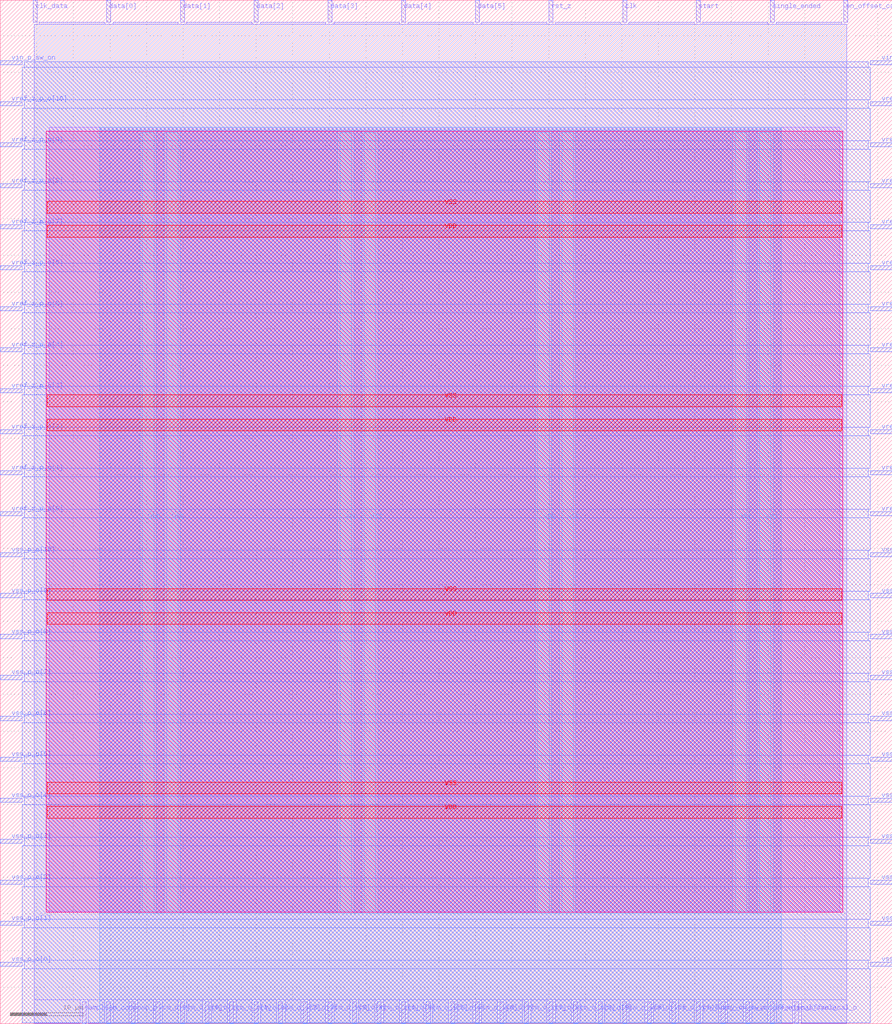
<source format=lef>
VERSION 5.7 ;
  NOWIREEXTENSIONATPIN ON ;
  DIVIDERCHAR "/" ;
  BUSBITCHARS "[]" ;
MACRO state_machine
  CLASS BLOCK ;
  FOREIGN state_machine ;
  ORIGIN 0.000 0.000 ;
  SIZE 121.970 BY 139.890 ;
  PIN VDD
    DIRECTION INOUT ;
    USE POWER ;
    PORT
      LAYER Metal4 ;
        RECT 19.430 15.380 21.030 121.820 ;
    END
    PORT
      LAYER Metal4 ;
        RECT 46.450 15.380 48.050 121.820 ;
    END
    PORT
      LAYER Metal4 ;
        RECT 73.470 15.380 75.070 121.820 ;
    END
    PORT
      LAYER Metal4 ;
        RECT 100.490 15.380 102.090 121.820 ;
    END
    PORT
      LAYER Metal5 ;
        RECT 6.420 28.110 115.100 29.710 ;
    END
    PORT
      LAYER Metal5 ;
        RECT 6.420 54.570 115.100 56.170 ;
    END
    PORT
      LAYER Metal5 ;
        RECT 6.420 81.030 115.100 82.630 ;
    END
    PORT
      LAYER Metal5 ;
        RECT 6.420 107.490 115.100 109.090 ;
    END
  END VDD
  PIN VSS
    DIRECTION INOUT ;
    USE GROUND ;
    PORT
      LAYER Metal4 ;
        RECT 22.730 15.380 24.330 121.820 ;
    END
    PORT
      LAYER Metal4 ;
        RECT 49.750 15.380 51.350 121.820 ;
    END
    PORT
      LAYER Metal4 ;
        RECT 76.770 15.380 78.370 121.820 ;
    END
    PORT
      LAYER Metal4 ;
        RECT 103.790 15.380 105.390 121.820 ;
    END
    PORT
      LAYER Metal5 ;
        RECT 6.420 31.410 115.100 33.010 ;
    END
    PORT
      LAYER Metal5 ;
        RECT 6.420 57.870 115.100 59.470 ;
    END
    PORT
      LAYER Metal5 ;
        RECT 6.420 84.330 115.100 85.930 ;
    END
    PORT
      LAYER Metal5 ;
        RECT 6.420 110.790 115.100 112.390 ;
    END
  END VSS
  PIN clk
    DIRECTION INPUT ;
    USE SIGNAL ;
    ANTENNAGATEAREA 4.738000 ;
    PORT
      LAYER Metal2 ;
        RECT 85.120 136.890 85.680 139.890 ;
    END
  END clk
  PIN clk_data
    DIRECTION OUTPUT ;
    USE SIGNAL ;
    ANTENNADIFFAREA 2.080400 ;
    PORT
      LAYER Metal2 ;
        RECT 4.480 136.890 5.040 139.890 ;
    END
  END clk_data
  PIN comp_p
    DIRECTION INPUT ;
    USE SIGNAL ;
    ANTENNAGATEAREA 1.102000 ;
    PORT
      LAYER Metal2 ;
        RECT 17.920 0.000 18.480 3.000 ;
    END
  END comp_p
  PIN data[0]
    DIRECTION OUTPUT ;
    USE SIGNAL ;
    ANTENNADIFFAREA 2.080400 ;
    PORT
      LAYER Metal2 ;
        RECT 14.560 136.890 15.120 139.890 ;
    END
  END data[0]
  PIN data[1]
    DIRECTION OUTPUT ;
    USE SIGNAL ;
    ANTENNADIFFAREA 2.080400 ;
    PORT
      LAYER Metal2 ;
        RECT 24.640 136.890 25.200 139.890 ;
    END
  END data[1]
  PIN data[2]
    DIRECTION OUTPUT ;
    USE SIGNAL ;
    ANTENNADIFFAREA 2.080400 ;
    PORT
      LAYER Metal2 ;
        RECT 34.720 136.890 35.280 139.890 ;
    END
  END data[2]
  PIN data[3]
    DIRECTION OUTPUT ;
    USE SIGNAL ;
    ANTENNADIFFAREA 2.080400 ;
    PORT
      LAYER Metal2 ;
        RECT 44.800 136.890 45.360 139.890 ;
    END
  END data[3]
  PIN data[4]
    DIRECTION OUTPUT ;
    USE SIGNAL ;
    ANTENNADIFFAREA 2.080400 ;
    PORT
      LAYER Metal2 ;
        RECT 54.880 136.890 55.440 139.890 ;
    END
  END data[4]
  PIN data[5]
    DIRECTION OUTPUT ;
    USE SIGNAL ;
    ANTENNADIFFAREA 2.080400 ;
    PORT
      LAYER Metal2 ;
        RECT 64.960 136.890 65.520 139.890 ;
    END
  END data[5]
  PIN en_comp
    DIRECTION OUTPUT ;
    USE SIGNAL ;
    ANTENNADIFFAREA 0.897600 ;
    PORT
      LAYER Metal2 ;
        RECT 14.560 0.000 15.120 3.000 ;
    END
  END en_comp
  PIN en_offset_cal
    DIRECTION INPUT ;
    USE SIGNAL ;
    ANTENNAGATEAREA 0.741000 ;
    PORT
      LAYER Metal2 ;
        RECT 115.360 136.890 115.920 139.890 ;
    END
  END en_offset_cal
  PIN en_offset_cal_o
    DIRECTION OUTPUT ;
    USE SIGNAL ;
    ANTENNADIFFAREA 1.986000 ;
    PORT
      LAYER Metal2 ;
        RECT 108.640 0.000 109.200 3.000 ;
    END
  END en_offset_cal_o
  PIN en_vcm_sw_o
    DIRECTION OUTPUT ;
    USE SIGNAL ;
    ANTENNADIFFAREA 1.986000 ;
    PORT
      LAYER Metal2 ;
        RECT 98.560 0.000 99.120 3.000 ;
    END
  END en_vcm_sw_o
  PIN en_vcm_sw_o_i
    DIRECTION INPUT ;
    USE SIGNAL ;
    ANTENNAGATEAREA 0.741000 ;
    PORT
      LAYER Metal2 ;
        RECT 101.920 0.000 102.480 3.000 ;
    END
  END en_vcm_sw_o_i
  PIN offset_cal_cycle
    DIRECTION OUTPUT ;
    USE SIGNAL ;
    ANTENNADIFFAREA 1.986000 ;
    PORT
      LAYER Metal2 ;
        RECT 105.280 0.000 105.840 3.000 ;
    END
  END offset_cal_cycle
  PIN rst_z
    DIRECTION INPUT ;
    USE SIGNAL ;
    ANTENNAGATEAREA 0.741000 ;
    PORT
      LAYER Metal2 ;
        RECT 75.040 136.890 75.600 139.890 ;
    END
  END rst_z
  PIN sample_o
    DIRECTION OUTPUT ;
    USE SIGNAL ;
    ANTENNADIFFAREA 1.986000 ;
    PORT
      LAYER Metal2 ;
        RECT 11.200 0.000 11.760 3.000 ;
    END
  END sample_o
  PIN single_ended
    DIRECTION INPUT ;
    USE SIGNAL ;
    ANTENNAGATEAREA 0.741000 ;
    PORT
      LAYER Metal2 ;
        RECT 105.280 136.890 105.840 139.890 ;
    END
  END single_ended
  PIN start
    DIRECTION INPUT ;
    USE SIGNAL ;
    ANTENNAGATEAREA 0.741000 ;
    PORT
      LAYER Metal2 ;
        RECT 95.200 136.890 95.760 139.890 ;
    END
  END start
  PIN vcm_dummy_o
    DIRECTION OUTPUT ;
    USE SIGNAL ;
    ANTENNADIFFAREA 1.986000 ;
    PORT
      LAYER Metal2 ;
        RECT 95.200 0.000 95.760 3.000 ;
    END
  END vcm_dummy_o
  PIN vcm_o[0]
    DIRECTION OUTPUT ;
    USE SIGNAL ;
    ANTENNADIFFAREA 1.986000 ;
    PORT
      LAYER Metal2 ;
        RECT 21.280 0.000 21.840 3.000 ;
    END
  END vcm_o[0]
  PIN vcm_o[10]
    DIRECTION OUTPUT ;
    USE SIGNAL ;
    ANTENNADIFFAREA 1.986000 ;
    PORT
      LAYER Metal2 ;
        RECT 88.480 0.000 89.040 3.000 ;
    END
  END vcm_o[10]
  PIN vcm_o[1]
    DIRECTION OUTPUT ;
    USE SIGNAL ;
    ANTENNADIFFAREA 1.986000 ;
    PORT
      LAYER Metal2 ;
        RECT 28.000 0.000 28.560 3.000 ;
    END
  END vcm_o[1]
  PIN vcm_o[2]
    DIRECTION OUTPUT ;
    USE SIGNAL ;
    ANTENNADIFFAREA 1.986000 ;
    PORT
      LAYER Metal2 ;
        RECT 34.720 0.000 35.280 3.000 ;
    END
  END vcm_o[2]
  PIN vcm_o[3]
    DIRECTION OUTPUT ;
    USE SIGNAL ;
    ANTENNADIFFAREA 1.986000 ;
    PORT
      LAYER Metal2 ;
        RECT 41.440 0.000 42.000 3.000 ;
    END
  END vcm_o[3]
  PIN vcm_o[4]
    DIRECTION OUTPUT ;
    USE SIGNAL ;
    ANTENNADIFFAREA 1.986000 ;
    PORT
      LAYER Metal2 ;
        RECT 48.160 0.000 48.720 3.000 ;
    END
  END vcm_o[4]
  PIN vcm_o[5]
    DIRECTION OUTPUT ;
    USE SIGNAL ;
    ANTENNADIFFAREA 1.986000 ;
    PORT
      LAYER Metal2 ;
        RECT 54.880 0.000 55.440 3.000 ;
    END
  END vcm_o[5]
  PIN vcm_o[6]
    DIRECTION OUTPUT ;
    USE SIGNAL ;
    ANTENNADIFFAREA 1.986000 ;
    PORT
      LAYER Metal2 ;
        RECT 61.600 0.000 62.160 3.000 ;
    END
  END vcm_o[6]
  PIN vcm_o[7]
    DIRECTION OUTPUT ;
    USE SIGNAL ;
    ANTENNADIFFAREA 1.986000 ;
    PORT
      LAYER Metal2 ;
        RECT 68.320 0.000 68.880 3.000 ;
    END
  END vcm_o[7]
  PIN vcm_o[8]
    DIRECTION OUTPUT ;
    USE SIGNAL ;
    ANTENNADIFFAREA 1.986000 ;
    PORT
      LAYER Metal2 ;
        RECT 75.040 0.000 75.600 3.000 ;
    END
  END vcm_o[8]
  PIN vcm_o[9]
    DIRECTION OUTPUT ;
    USE SIGNAL ;
    ANTENNADIFFAREA 1.986000 ;
    PORT
      LAYER Metal2 ;
        RECT 81.760 0.000 82.320 3.000 ;
    END
  END vcm_o[9]
  PIN vcm_o_i[0]
    DIRECTION INPUT ;
    USE SIGNAL ;
    ANTENNAGATEAREA 0.741000 ;
    PORT
      LAYER Metal2 ;
        RECT 24.640 0.000 25.200 3.000 ;
    END
  END vcm_o_i[0]
  PIN vcm_o_i[10]
    DIRECTION INPUT ;
    USE SIGNAL ;
    ANTENNAGATEAREA 0.741000 ;
    PORT
      LAYER Metal2 ;
        RECT 91.840 0.000 92.400 3.000 ;
    END
  END vcm_o_i[10]
  PIN vcm_o_i[1]
    DIRECTION INPUT ;
    USE SIGNAL ;
    ANTENNAGATEAREA 0.741000 ;
    PORT
      LAYER Metal2 ;
        RECT 31.360 0.000 31.920 3.000 ;
    END
  END vcm_o_i[1]
  PIN vcm_o_i[2]
    DIRECTION INPUT ;
    USE SIGNAL ;
    ANTENNAGATEAREA 0.741000 ;
    PORT
      LAYER Metal2 ;
        RECT 38.080 0.000 38.640 3.000 ;
    END
  END vcm_o_i[2]
  PIN vcm_o_i[3]
    DIRECTION INPUT ;
    USE SIGNAL ;
    ANTENNAGATEAREA 0.741000 ;
    PORT
      LAYER Metal2 ;
        RECT 44.800 0.000 45.360 3.000 ;
    END
  END vcm_o_i[3]
  PIN vcm_o_i[4]
    DIRECTION INPUT ;
    USE SIGNAL ;
    ANTENNAGATEAREA 0.741000 ;
    PORT
      LAYER Metal2 ;
        RECT 51.520 0.000 52.080 3.000 ;
    END
  END vcm_o_i[4]
  PIN vcm_o_i[5]
    DIRECTION INPUT ;
    USE SIGNAL ;
    ANTENNAGATEAREA 0.741000 ;
    PORT
      LAYER Metal2 ;
        RECT 58.240 0.000 58.800 3.000 ;
    END
  END vcm_o_i[5]
  PIN vcm_o_i[6]
    DIRECTION INPUT ;
    USE SIGNAL ;
    ANTENNAGATEAREA 0.741000 ;
    PORT
      LAYER Metal2 ;
        RECT 64.960 0.000 65.520 3.000 ;
    END
  END vcm_o_i[6]
  PIN vcm_o_i[7]
    DIRECTION INPUT ;
    USE SIGNAL ;
    ANTENNAGATEAREA 0.741000 ;
    PORT
      LAYER Metal2 ;
        RECT 71.680 0.000 72.240 3.000 ;
    END
  END vcm_o_i[7]
  PIN vcm_o_i[8]
    DIRECTION INPUT ;
    USE SIGNAL ;
    ANTENNAGATEAREA 0.741000 ;
    PORT
      LAYER Metal2 ;
        RECT 78.400 0.000 78.960 3.000 ;
    END
  END vcm_o_i[8]
  PIN vcm_o_i[9]
    DIRECTION INPUT ;
    USE SIGNAL ;
    ANTENNAGATEAREA 0.741000 ;
    PORT
      LAYER Metal2 ;
        RECT 85.120 0.000 85.680 3.000 ;
    END
  END vcm_o_i[9]
  PIN vin_n_sw_on
    DIRECTION INPUT ;
    USE SIGNAL ;
    ANTENNAGATEAREA 0.741000 ;
    PORT
      LAYER Metal3 ;
        RECT 118.970 131.040 121.970 131.600 ;
    END
  END vin_n_sw_on
  PIN vin_p_sw_on
    DIRECTION INPUT ;
    USE SIGNAL ;
    ANTENNAGATEAREA 0.741000 ;
    PORT
      LAYER Metal3 ;
        RECT 0.000 131.040 3.000 131.600 ;
    END
  END vin_p_sw_on
  PIN vref_z_n_o[0]
    DIRECTION OUTPUT ;
    USE SIGNAL ;
    ANTENNADIFFAREA 1.986000 ;
    PORT
      LAYER Metal3 ;
        RECT 118.970 69.440 121.970 70.000 ;
    END
  END vref_z_n_o[0]
  PIN vref_z_n_o[10]
    DIRECTION OUTPUT ;
    USE SIGNAL ;
    ANTENNADIFFAREA 1.986000 ;
    PORT
      LAYER Metal3 ;
        RECT 118.970 125.440 121.970 126.000 ;
    END
  END vref_z_n_o[10]
  PIN vref_z_n_o[1]
    DIRECTION OUTPUT ;
    USE SIGNAL ;
    ANTENNADIFFAREA 1.986000 ;
    PORT
      LAYER Metal3 ;
        RECT 118.970 75.040 121.970 75.600 ;
    END
  END vref_z_n_o[1]
  PIN vref_z_n_o[2]
    DIRECTION OUTPUT ;
    USE SIGNAL ;
    ANTENNADIFFAREA 1.986000 ;
    PORT
      LAYER Metal3 ;
        RECT 118.970 80.640 121.970 81.200 ;
    END
  END vref_z_n_o[2]
  PIN vref_z_n_o[3]
    DIRECTION OUTPUT ;
    USE SIGNAL ;
    ANTENNADIFFAREA 1.986000 ;
    PORT
      LAYER Metal3 ;
        RECT 118.970 86.240 121.970 86.800 ;
    END
  END vref_z_n_o[3]
  PIN vref_z_n_o[4]
    DIRECTION OUTPUT ;
    USE SIGNAL ;
    ANTENNADIFFAREA 1.986000 ;
    PORT
      LAYER Metal3 ;
        RECT 118.970 91.840 121.970 92.400 ;
    END
  END vref_z_n_o[4]
  PIN vref_z_n_o[5]
    DIRECTION OUTPUT ;
    USE SIGNAL ;
    ANTENNADIFFAREA 1.986000 ;
    PORT
      LAYER Metal3 ;
        RECT 118.970 97.440 121.970 98.000 ;
    END
  END vref_z_n_o[5]
  PIN vref_z_n_o[6]
    DIRECTION OUTPUT ;
    USE SIGNAL ;
    ANTENNADIFFAREA 1.986000 ;
    PORT
      LAYER Metal3 ;
        RECT 118.970 103.040 121.970 103.600 ;
    END
  END vref_z_n_o[6]
  PIN vref_z_n_o[7]
    DIRECTION OUTPUT ;
    USE SIGNAL ;
    ANTENNADIFFAREA 1.986000 ;
    PORT
      LAYER Metal3 ;
        RECT 118.970 108.640 121.970 109.200 ;
    END
  END vref_z_n_o[7]
  PIN vref_z_n_o[8]
    DIRECTION OUTPUT ;
    USE SIGNAL ;
    ANTENNADIFFAREA 1.986000 ;
    PORT
      LAYER Metal3 ;
        RECT 118.970 114.240 121.970 114.800 ;
    END
  END vref_z_n_o[8]
  PIN vref_z_n_o[9]
    DIRECTION OUTPUT ;
    USE SIGNAL ;
    ANTENNADIFFAREA 1.986000 ;
    PORT
      LAYER Metal3 ;
        RECT 118.970 119.840 121.970 120.400 ;
    END
  END vref_z_n_o[9]
  PIN vref_z_p_o[0]
    DIRECTION OUTPUT ;
    USE SIGNAL ;
    ANTENNADIFFAREA 1.986000 ;
    PORT
      LAYER Metal3 ;
        RECT 0.000 69.440 3.000 70.000 ;
    END
  END vref_z_p_o[0]
  PIN vref_z_p_o[10]
    DIRECTION OUTPUT ;
    USE SIGNAL ;
    ANTENNADIFFAREA 1.986000 ;
    PORT
      LAYER Metal3 ;
        RECT 0.000 125.440 3.000 126.000 ;
    END
  END vref_z_p_o[10]
  PIN vref_z_p_o[1]
    DIRECTION OUTPUT ;
    USE SIGNAL ;
    ANTENNADIFFAREA 1.986000 ;
    PORT
      LAYER Metal3 ;
        RECT 0.000 75.040 3.000 75.600 ;
    END
  END vref_z_p_o[1]
  PIN vref_z_p_o[2]
    DIRECTION OUTPUT ;
    USE SIGNAL ;
    ANTENNADIFFAREA 1.986000 ;
    PORT
      LAYER Metal3 ;
        RECT 0.000 80.640 3.000 81.200 ;
    END
  END vref_z_p_o[2]
  PIN vref_z_p_o[3]
    DIRECTION OUTPUT ;
    USE SIGNAL ;
    ANTENNADIFFAREA 1.986000 ;
    PORT
      LAYER Metal3 ;
        RECT 0.000 86.240 3.000 86.800 ;
    END
  END vref_z_p_o[3]
  PIN vref_z_p_o[4]
    DIRECTION OUTPUT ;
    USE SIGNAL ;
    ANTENNADIFFAREA 1.986000 ;
    PORT
      LAYER Metal3 ;
        RECT 0.000 91.840 3.000 92.400 ;
    END
  END vref_z_p_o[4]
  PIN vref_z_p_o[5]
    DIRECTION OUTPUT ;
    USE SIGNAL ;
    ANTENNADIFFAREA 1.986000 ;
    PORT
      LAYER Metal3 ;
        RECT 0.000 97.440 3.000 98.000 ;
    END
  END vref_z_p_o[5]
  PIN vref_z_p_o[6]
    DIRECTION OUTPUT ;
    USE SIGNAL ;
    ANTENNADIFFAREA 1.986000 ;
    PORT
      LAYER Metal3 ;
        RECT 0.000 103.040 3.000 103.600 ;
    END
  END vref_z_p_o[6]
  PIN vref_z_p_o[7]
    DIRECTION OUTPUT ;
    USE SIGNAL ;
    ANTENNADIFFAREA 1.986000 ;
    PORT
      LAYER Metal3 ;
        RECT 0.000 108.640 3.000 109.200 ;
    END
  END vref_z_p_o[7]
  PIN vref_z_p_o[8]
    DIRECTION OUTPUT ;
    USE SIGNAL ;
    ANTENNADIFFAREA 1.986000 ;
    PORT
      LAYER Metal3 ;
        RECT 0.000 114.240 3.000 114.800 ;
    END
  END vref_z_p_o[8]
  PIN vref_z_p_o[9]
    DIRECTION OUTPUT ;
    USE SIGNAL ;
    ANTENNADIFFAREA 1.986000 ;
    PORT
      LAYER Metal3 ;
        RECT 0.000 119.840 3.000 120.400 ;
    END
  END vref_z_p_o[9]
  PIN vss_n_o[0]
    DIRECTION OUTPUT ;
    USE SIGNAL ;
    ANTENNADIFFAREA 1.986000 ;
    PORT
      LAYER Metal3 ;
        RECT 118.970 7.840 121.970 8.400 ;
    END
  END vss_n_o[0]
  PIN vss_n_o[10]
    DIRECTION OUTPUT ;
    USE SIGNAL ;
    ANTENNADIFFAREA 1.986000 ;
    PORT
      LAYER Metal3 ;
        RECT 118.970 63.840 121.970 64.400 ;
    END
  END vss_n_o[10]
  PIN vss_n_o[1]
    DIRECTION OUTPUT ;
    USE SIGNAL ;
    ANTENNADIFFAREA 1.986000 ;
    PORT
      LAYER Metal3 ;
        RECT 118.970 13.440 121.970 14.000 ;
    END
  END vss_n_o[1]
  PIN vss_n_o[2]
    DIRECTION OUTPUT ;
    USE SIGNAL ;
    ANTENNADIFFAREA 1.986000 ;
    PORT
      LAYER Metal3 ;
        RECT 118.970 19.040 121.970 19.600 ;
    END
  END vss_n_o[2]
  PIN vss_n_o[3]
    DIRECTION OUTPUT ;
    USE SIGNAL ;
    ANTENNADIFFAREA 1.986000 ;
    PORT
      LAYER Metal3 ;
        RECT 118.970 24.640 121.970 25.200 ;
    END
  END vss_n_o[3]
  PIN vss_n_o[4]
    DIRECTION OUTPUT ;
    USE SIGNAL ;
    ANTENNADIFFAREA 1.986000 ;
    PORT
      LAYER Metal3 ;
        RECT 118.970 30.240 121.970 30.800 ;
    END
  END vss_n_o[4]
  PIN vss_n_o[5]
    DIRECTION OUTPUT ;
    USE SIGNAL ;
    ANTENNADIFFAREA 1.986000 ;
    PORT
      LAYER Metal3 ;
        RECT 118.970 35.840 121.970 36.400 ;
    END
  END vss_n_o[5]
  PIN vss_n_o[6]
    DIRECTION OUTPUT ;
    USE SIGNAL ;
    ANTENNADIFFAREA 1.986000 ;
    PORT
      LAYER Metal3 ;
        RECT 118.970 41.440 121.970 42.000 ;
    END
  END vss_n_o[6]
  PIN vss_n_o[7]
    DIRECTION OUTPUT ;
    USE SIGNAL ;
    ANTENNADIFFAREA 1.986000 ;
    PORT
      LAYER Metal3 ;
        RECT 118.970 47.040 121.970 47.600 ;
    END
  END vss_n_o[7]
  PIN vss_n_o[8]
    DIRECTION OUTPUT ;
    USE SIGNAL ;
    ANTENNADIFFAREA 1.986000 ;
    PORT
      LAYER Metal3 ;
        RECT 118.970 52.640 121.970 53.200 ;
    END
  END vss_n_o[8]
  PIN vss_n_o[9]
    DIRECTION OUTPUT ;
    USE SIGNAL ;
    ANTENNADIFFAREA 1.986000 ;
    PORT
      LAYER Metal3 ;
        RECT 118.970 58.240 121.970 58.800 ;
    END
  END vss_n_o[9]
  PIN vss_p_o[0]
    DIRECTION OUTPUT ;
    USE SIGNAL ;
    ANTENNADIFFAREA 1.986000 ;
    PORT
      LAYER Metal3 ;
        RECT 0.000 7.840 3.000 8.400 ;
    END
  END vss_p_o[0]
  PIN vss_p_o[10]
    DIRECTION OUTPUT ;
    USE SIGNAL ;
    ANTENNADIFFAREA 1.986000 ;
    PORT
      LAYER Metal3 ;
        RECT 0.000 63.840 3.000 64.400 ;
    END
  END vss_p_o[10]
  PIN vss_p_o[1]
    DIRECTION OUTPUT ;
    USE SIGNAL ;
    ANTENNADIFFAREA 1.986000 ;
    PORT
      LAYER Metal3 ;
        RECT 0.000 13.440 3.000 14.000 ;
    END
  END vss_p_o[1]
  PIN vss_p_o[2]
    DIRECTION OUTPUT ;
    USE SIGNAL ;
    ANTENNADIFFAREA 1.986000 ;
    PORT
      LAYER Metal3 ;
        RECT 0.000 19.040 3.000 19.600 ;
    END
  END vss_p_o[2]
  PIN vss_p_o[3]
    DIRECTION OUTPUT ;
    USE SIGNAL ;
    ANTENNADIFFAREA 1.986000 ;
    PORT
      LAYER Metal3 ;
        RECT 0.000 24.640 3.000 25.200 ;
    END
  END vss_p_o[3]
  PIN vss_p_o[4]
    DIRECTION OUTPUT ;
    USE SIGNAL ;
    ANTENNADIFFAREA 1.986000 ;
    PORT
      LAYER Metal3 ;
        RECT 0.000 30.240 3.000 30.800 ;
    END
  END vss_p_o[4]
  PIN vss_p_o[5]
    DIRECTION OUTPUT ;
    USE SIGNAL ;
    ANTENNADIFFAREA 1.986000 ;
    PORT
      LAYER Metal3 ;
        RECT 0.000 35.840 3.000 36.400 ;
    END
  END vss_p_o[5]
  PIN vss_p_o[6]
    DIRECTION OUTPUT ;
    USE SIGNAL ;
    ANTENNADIFFAREA 1.986000 ;
    PORT
      LAYER Metal3 ;
        RECT 0.000 41.440 3.000 42.000 ;
    END
  END vss_p_o[6]
  PIN vss_p_o[7]
    DIRECTION OUTPUT ;
    USE SIGNAL ;
    ANTENNADIFFAREA 1.986000 ;
    PORT
      LAYER Metal3 ;
        RECT 0.000 47.040 3.000 47.600 ;
    END
  END vss_p_o[7]
  PIN vss_p_o[8]
    DIRECTION OUTPUT ;
    USE SIGNAL ;
    ANTENNADIFFAREA 1.986000 ;
    PORT
      LAYER Metal3 ;
        RECT 0.000 52.640 3.000 53.200 ;
    END
  END vss_p_o[8]
  PIN vss_p_o[9]
    DIRECTION OUTPUT ;
    USE SIGNAL ;
    ANTENNADIFFAREA 1.986000 ;
    PORT
      LAYER Metal3 ;
        RECT 0.000 58.240 3.000 58.800 ;
    END
  END vss_p_o[9]
  OBS
      LAYER Nwell ;
        RECT 6.290 15.250 115.230 121.950 ;
      LAYER Metal1 ;
        RECT 6.720 15.380 114.800 122.490 ;
      LAYER Metal2 ;
        RECT 5.340 136.590 14.260 136.890 ;
        RECT 15.420 136.590 24.340 136.890 ;
        RECT 25.500 136.590 34.420 136.890 ;
        RECT 35.580 136.590 44.500 136.890 ;
        RECT 45.660 136.590 54.580 136.890 ;
        RECT 55.740 136.590 64.660 136.890 ;
        RECT 65.820 136.590 74.740 136.890 ;
        RECT 75.900 136.590 84.820 136.890 ;
        RECT 85.980 136.590 94.900 136.890 ;
        RECT 96.060 136.590 104.980 136.890 ;
        RECT 106.140 136.590 115.060 136.890 ;
        RECT 4.620 3.300 115.780 136.590 ;
        RECT 4.620 0.090 10.900 3.300 ;
        RECT 12.060 0.090 14.260 3.300 ;
        RECT 15.420 0.090 17.620 3.300 ;
        RECT 18.780 0.090 20.980 3.300 ;
        RECT 22.140 0.090 24.340 3.300 ;
        RECT 25.500 0.090 27.700 3.300 ;
        RECT 28.860 0.090 31.060 3.300 ;
        RECT 32.220 0.090 34.420 3.300 ;
        RECT 35.580 0.090 37.780 3.300 ;
        RECT 38.940 0.090 41.140 3.300 ;
        RECT 42.300 0.090 44.500 3.300 ;
        RECT 45.660 0.090 47.860 3.300 ;
        RECT 49.020 0.090 51.220 3.300 ;
        RECT 52.380 0.090 54.580 3.300 ;
        RECT 55.740 0.090 57.940 3.300 ;
        RECT 59.100 0.090 61.300 3.300 ;
        RECT 62.460 0.090 64.660 3.300 ;
        RECT 65.820 0.090 68.020 3.300 ;
        RECT 69.180 0.090 71.380 3.300 ;
        RECT 72.540 0.090 74.740 3.300 ;
        RECT 75.900 0.090 78.100 3.300 ;
        RECT 79.260 0.090 81.460 3.300 ;
        RECT 82.620 0.090 84.820 3.300 ;
        RECT 85.980 0.090 88.180 3.300 ;
        RECT 89.340 0.090 91.540 3.300 ;
        RECT 92.700 0.090 94.900 3.300 ;
        RECT 96.060 0.090 98.260 3.300 ;
        RECT 99.420 0.090 101.620 3.300 ;
        RECT 102.780 0.090 104.980 3.300 ;
        RECT 106.140 0.090 108.340 3.300 ;
        RECT 109.500 0.090 115.780 3.300 ;
      LAYER Metal3 ;
        RECT 3.300 130.740 118.670 131.460 ;
        RECT 3.000 126.300 118.970 130.740 ;
        RECT 3.300 125.140 118.670 126.300 ;
        RECT 3.000 120.700 118.970 125.140 ;
        RECT 3.300 119.540 118.670 120.700 ;
        RECT 3.000 115.100 118.970 119.540 ;
        RECT 3.300 113.940 118.670 115.100 ;
        RECT 3.000 109.500 118.970 113.940 ;
        RECT 3.300 108.340 118.670 109.500 ;
        RECT 3.000 103.900 118.970 108.340 ;
        RECT 3.300 102.740 118.670 103.900 ;
        RECT 3.000 98.300 118.970 102.740 ;
        RECT 3.300 97.140 118.670 98.300 ;
        RECT 3.000 92.700 118.970 97.140 ;
        RECT 3.300 91.540 118.670 92.700 ;
        RECT 3.000 87.100 118.970 91.540 ;
        RECT 3.300 85.940 118.670 87.100 ;
        RECT 3.000 81.500 118.970 85.940 ;
        RECT 3.300 80.340 118.670 81.500 ;
        RECT 3.000 75.900 118.970 80.340 ;
        RECT 3.300 74.740 118.670 75.900 ;
        RECT 3.000 70.300 118.970 74.740 ;
        RECT 3.300 69.140 118.670 70.300 ;
        RECT 3.000 64.700 118.970 69.140 ;
        RECT 3.300 63.540 118.670 64.700 ;
        RECT 3.000 59.100 118.970 63.540 ;
        RECT 3.300 57.940 118.670 59.100 ;
        RECT 3.000 53.500 118.970 57.940 ;
        RECT 3.300 52.340 118.670 53.500 ;
        RECT 3.000 47.900 118.970 52.340 ;
        RECT 3.300 46.740 118.670 47.900 ;
        RECT 3.000 42.300 118.970 46.740 ;
        RECT 3.300 41.140 118.670 42.300 ;
        RECT 3.000 36.700 118.970 41.140 ;
        RECT 3.300 35.540 118.670 36.700 ;
        RECT 3.000 31.100 118.970 35.540 ;
        RECT 3.300 29.940 118.670 31.100 ;
        RECT 3.000 25.500 118.970 29.940 ;
        RECT 3.300 24.340 118.670 25.500 ;
        RECT 3.000 19.900 118.970 24.340 ;
        RECT 3.300 18.740 118.670 19.900 ;
        RECT 3.000 14.300 118.970 18.740 ;
        RECT 3.300 13.140 118.670 14.300 ;
        RECT 3.000 8.700 118.970 13.140 ;
        RECT 3.300 7.540 118.670 8.700 ;
        RECT 3.000 0.140 118.970 7.540 ;
      LAYER Metal4 ;
        RECT 13.580 122.120 106.820 122.550 ;
        RECT 13.580 15.080 19.130 122.120 ;
        RECT 21.330 15.080 22.430 122.120 ;
        RECT 24.630 15.080 46.150 122.120 ;
        RECT 48.350 15.080 49.450 122.120 ;
        RECT 51.650 15.080 73.170 122.120 ;
        RECT 75.370 15.080 76.470 122.120 ;
        RECT 78.670 15.080 100.190 122.120 ;
        RECT 102.390 15.080 103.490 122.120 ;
        RECT 105.690 15.080 106.820 122.120 ;
        RECT 13.580 0.090 106.820 15.080 ;
  END
END state_machine
END LIBRARY


</source>
